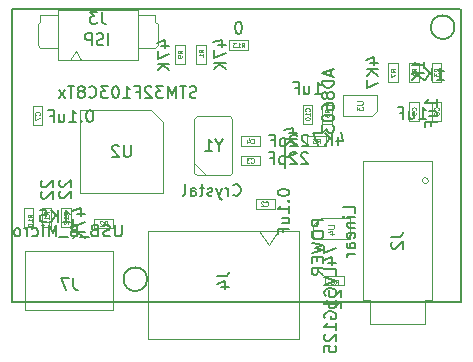
<source format=gbr>
G04 #@! TF.GenerationSoftware,KiCad,Pcbnew,(5.0.0)*
G04 #@! TF.CreationDate,2019-01-26T11:16:20+03:00*
G04 #@! TF.ProjectId,stm32mc,73746D33326D632E6B696361645F7063,rev?*
G04 #@! TF.SameCoordinates,Original*
G04 #@! TF.FileFunction,Other,Fab,Bot*
%FSLAX46Y46*%
G04 Gerber Fmt 4.6, Leading zero omitted, Abs format (unit mm)*
G04 Created by KiCad (PCBNEW (5.0.0)) date 01/26/19 11:16:20*
%MOMM*%
%LPD*%
G01*
G04 APERTURE LIST*
%ADD10C,0.150000*%
%ADD11C,0.100000*%
%ADD12C,0.120000*%
%ADD13C,0.060000*%
%ADD14C,0.075000*%
G04 APERTURE END LIST*
D10*
X58531000Y-19050000D02*
G75*
G03X58531000Y-19050000I-1000000J0D01*
G01*
X32512000Y-40386000D02*
G75*
G03X32512000Y-40386000I-1000000J0D01*
G01*
X59055000Y-42291000D02*
X59055000Y-17526000D01*
X59024000Y-17507000D02*
X21082000Y-17526000D01*
X21082000Y-42291000D02*
X59055000Y-42291000D01*
X21082000Y-17526000D02*
X21082000Y-42291000D01*
D11*
G04 #@! TO.C,C4*
X42075000Y-29102000D02*
X42075000Y-28302000D01*
X42075000Y-28302000D02*
X40475000Y-28302000D01*
X40475000Y-28302000D02*
X40475000Y-29102000D01*
X40475000Y-29102000D02*
X42075000Y-29102000D01*
G04 #@! TO.C,R9*
X35706000Y-20536000D02*
X34906000Y-20536000D01*
X34906000Y-20536000D02*
X34906000Y-22136000D01*
X34906000Y-22136000D02*
X35706000Y-22136000D01*
X35706000Y-22136000D02*
X35706000Y-20536000D01*
G04 #@! TO.C,C3*
X40449500Y-30753000D02*
X42049500Y-30753000D01*
X40449500Y-29953000D02*
X40449500Y-30753000D01*
X42049500Y-29953000D02*
X40449500Y-29953000D01*
X42049500Y-30753000D02*
X42049500Y-29953000D01*
G04 #@! TO.C,R1*
X36684000Y-22161500D02*
X37484000Y-22161500D01*
X37484000Y-22161500D02*
X37484000Y-20561500D01*
X37484000Y-20561500D02*
X36684000Y-20561500D01*
X36684000Y-20561500D02*
X36684000Y-22161500D01*
G04 #@! TO.C,C2*
X41745000Y-34436000D02*
X43345000Y-34436000D01*
X41745000Y-33636000D02*
X41745000Y-34436000D01*
X43345000Y-33636000D02*
X41745000Y-33636000D01*
X43345000Y-34436000D02*
X43345000Y-33636000D01*
G04 #@! TO.C,R2*
X28029000Y-36087000D02*
X29629000Y-36087000D01*
X28029000Y-35287000D02*
X28029000Y-36087000D01*
X29629000Y-35287000D02*
X28029000Y-35287000D01*
X29629000Y-36087000D02*
X29629000Y-35287000D01*
G04 #@! TO.C,R3*
X57423000Y-22060000D02*
X56623000Y-22060000D01*
X56623000Y-22060000D02*
X56623000Y-23660000D01*
X56623000Y-23660000D02*
X57423000Y-23660000D01*
X57423000Y-23660000D02*
X57423000Y-22060000D01*
G04 #@! TO.C,R4*
X55518000Y-23660000D02*
X55518000Y-22060000D01*
X54718000Y-23660000D02*
X55518000Y-23660000D01*
X54718000Y-22060000D02*
X54718000Y-23660000D01*
X55518000Y-22060000D02*
X54718000Y-22060000D01*
G04 #@! TO.C,R5*
X47663000Y-28302000D02*
X46063000Y-28302000D01*
X47663000Y-29102000D02*
X47663000Y-28302000D01*
X46063000Y-29102000D02*
X47663000Y-29102000D01*
X46063000Y-28302000D02*
X46063000Y-29102000D01*
G04 #@! TO.C,R6*
X48152000Y-25616000D02*
X47352000Y-25616000D01*
X47352000Y-25616000D02*
X47352000Y-27216000D01*
X47352000Y-27216000D02*
X48152000Y-27216000D01*
X48152000Y-27216000D02*
X48152000Y-25616000D01*
G04 #@! TO.C,R7*
X53740000Y-22060000D02*
X52940000Y-22060000D01*
X52940000Y-22060000D02*
X52940000Y-23660000D01*
X52940000Y-23660000D02*
X53740000Y-23660000D01*
X53740000Y-23660000D02*
X53740000Y-22060000D01*
G04 #@! TO.C,U2*
X32853000Y-26091000D02*
X26853000Y-26091000D01*
X26853000Y-26091000D02*
X26853000Y-33091000D01*
X26853000Y-33091000D02*
X33853000Y-33091000D01*
X33853000Y-33091000D02*
X33853000Y-27091000D01*
X33853000Y-27091000D02*
X32853000Y-26091000D01*
G04 #@! TO.C,U3*
X51546000Y-26574000D02*
X51996000Y-26124000D01*
X51996000Y-24814000D02*
X51996000Y-26124000D01*
X51546000Y-26574000D02*
X49096000Y-26574000D01*
X49096000Y-24814000D02*
X49096000Y-26574000D01*
X51996000Y-24814000D02*
X49096000Y-24814000D01*
G04 #@! TO.C,Y1*
X39700000Y-31383000D02*
X39700000Y-26783000D01*
X39700000Y-26783000D02*
X39500000Y-26583000D01*
X39500000Y-26583000D02*
X36700000Y-26583000D01*
X36700000Y-26583000D02*
X36500000Y-26783000D01*
X36500000Y-26783000D02*
X36500000Y-31383000D01*
X36500000Y-31383000D02*
X36700000Y-31583000D01*
X36700000Y-31583000D02*
X39500000Y-31583000D01*
X39500000Y-31583000D02*
X39700000Y-31383000D01*
X37500000Y-31583000D02*
X36500000Y-30583000D01*
G04 #@! TO.C,R8*
X47587000Y-40113000D02*
X47587000Y-40913000D01*
X47587000Y-40913000D02*
X49187000Y-40913000D01*
X49187000Y-40913000D02*
X49187000Y-40113000D01*
X49187000Y-40113000D02*
X47587000Y-40113000D01*
G04 #@! TO.C,C7*
X23641000Y-25743000D02*
X22841000Y-25743000D01*
X22841000Y-25743000D02*
X22841000Y-27343000D01*
X22841000Y-27343000D02*
X23641000Y-27343000D01*
X23641000Y-27343000D02*
X23641000Y-25743000D01*
G04 #@! TO.C,C8*
X56623000Y-25362000D02*
X56623000Y-26962000D01*
X57423000Y-25362000D02*
X56623000Y-25362000D01*
X57423000Y-26962000D02*
X57423000Y-25362000D01*
X56623000Y-26962000D02*
X57423000Y-26962000D01*
G04 #@! TO.C,C9*
X54718000Y-26962000D02*
X55518000Y-26962000D01*
X55518000Y-26962000D02*
X55518000Y-25362000D01*
X55518000Y-25362000D02*
X54718000Y-25362000D01*
X54718000Y-25362000D02*
X54718000Y-26962000D01*
G04 #@! TO.C,C10*
X45701000Y-27216000D02*
X46501000Y-27216000D01*
X46501000Y-27216000D02*
X46501000Y-25616000D01*
X46501000Y-25616000D02*
X45701000Y-25616000D01*
X45701000Y-25616000D02*
X45701000Y-27216000D01*
G04 #@! TO.C,R10*
X22879000Y-34379000D02*
X22079000Y-34379000D01*
X22079000Y-34379000D02*
X22079000Y-35979000D01*
X22079000Y-35979000D02*
X22879000Y-35979000D01*
X22879000Y-35979000D02*
X22879000Y-34379000D01*
G04 #@! TO.C,R11*
X24403000Y-34379000D02*
X23603000Y-34379000D01*
X23603000Y-34379000D02*
X23603000Y-35979000D01*
X23603000Y-35979000D02*
X24403000Y-35979000D01*
X24403000Y-35979000D02*
X24403000Y-34379000D01*
G04 #@! TO.C,R12*
X26054000Y-35979000D02*
X26054000Y-34379000D01*
X25254000Y-35979000D02*
X26054000Y-35979000D01*
X25254000Y-34379000D02*
X25254000Y-35979000D01*
X26054000Y-34379000D02*
X25254000Y-34379000D01*
G04 #@! TO.C,J2*
X50821000Y-30366000D02*
X50821000Y-42166000D01*
X50821000Y-42166000D02*
X51421000Y-42166000D01*
X51421000Y-42166000D02*
X51421000Y-44166000D01*
X51421000Y-44166000D02*
X56021000Y-44166000D01*
X56021000Y-44166000D02*
X56021000Y-42166000D01*
X56021000Y-42166000D02*
X56621000Y-42166000D01*
X56621000Y-42166000D02*
X56621000Y-30366000D01*
X56621000Y-30366000D02*
X50821000Y-30366000D01*
D12*
X56325951Y-32041000D02*
G75*
G03X56325951Y-32041000I-254951J0D01*
G01*
D11*
G04 #@! TO.C,J7*
X22158000Y-42974000D02*
X29658000Y-42974000D01*
X22158000Y-37974000D02*
X22158000Y-42974000D01*
X29658000Y-37974000D02*
X22158000Y-37974000D01*
X29658000Y-42974000D02*
X29658000Y-37974000D01*
X29158000Y-42274000D02*
X22658000Y-42274000D01*
G04 #@! TO.C,U4*
X47233000Y-35168000D02*
X46583000Y-35818000D01*
X46583000Y-36968000D02*
X46583000Y-35818000D01*
X47233000Y-35168000D02*
X49683000Y-35168000D01*
X49683000Y-36968000D02*
X49683000Y-35168000D01*
X46583000Y-36968000D02*
X49683000Y-36968000D01*
G04 #@! TO.C,J4*
X45399000Y-36265000D02*
X45399000Y-45465000D01*
X45399000Y-45465000D02*
X32579000Y-45465000D01*
X32579000Y-45465000D02*
X32579000Y-36265000D01*
X32579000Y-36265000D02*
X45399000Y-36265000D01*
X41999000Y-36265000D02*
X42799000Y-37465000D01*
X42799000Y-37465000D02*
X43599000Y-36265000D01*
G04 #@! TO.C,J3*
X24946000Y-21793000D02*
X31696000Y-21793000D01*
X24946000Y-17593000D02*
X31696000Y-17593000D01*
X24946000Y-21793000D02*
X24946000Y-17593000D01*
X31696000Y-21793000D02*
X31696000Y-17593000D01*
X24946000Y-20793000D02*
X23446000Y-20793000D01*
X23446000Y-20793000D02*
X23246000Y-20593000D01*
X23246000Y-20593000D02*
X23246000Y-18793000D01*
X23246000Y-18793000D02*
X23446000Y-18593000D01*
X23446000Y-18593000D02*
X23446000Y-17993000D01*
X23446000Y-17993000D02*
X24946000Y-17993000D01*
X31696000Y-20793000D02*
X33196000Y-20793000D01*
X33196000Y-20793000D02*
X33396000Y-20593000D01*
X33396000Y-20593000D02*
X33396000Y-18793000D01*
X33396000Y-18793000D02*
X33196000Y-18593000D01*
X33196000Y-18593000D02*
X33196000Y-17993000D01*
X33196000Y-17993000D02*
X31696000Y-17993000D01*
X25946000Y-21793000D02*
X26446000Y-21085893D01*
X26446000Y-21085893D02*
X26946000Y-21793000D01*
G04 #@! TO.C,R13*
X39459000Y-20174000D02*
X39459000Y-20974000D01*
X39459000Y-20974000D02*
X41059000Y-20974000D01*
X41059000Y-20974000D02*
X41059000Y-20174000D01*
X41059000Y-20174000D02*
X39459000Y-20174000D01*
G04 #@! TD*
G04 #@! TO.C,C4*
D10*
X46162357Y-28233619D02*
X46114738Y-28186000D01*
X46019500Y-28138380D01*
X45781404Y-28138380D01*
X45686166Y-28186000D01*
X45638547Y-28233619D01*
X45590928Y-28328857D01*
X45590928Y-28424095D01*
X45638547Y-28566952D01*
X46209976Y-29138380D01*
X45590928Y-29138380D01*
X45209976Y-28233619D02*
X45162357Y-28186000D01*
X45067119Y-28138380D01*
X44829023Y-28138380D01*
X44733785Y-28186000D01*
X44686166Y-28233619D01*
X44638547Y-28328857D01*
X44638547Y-28424095D01*
X44686166Y-28566952D01*
X45257595Y-29138380D01*
X44638547Y-29138380D01*
X44209976Y-28471714D02*
X44209976Y-29471714D01*
X44209976Y-28519333D02*
X44114738Y-28471714D01*
X43924261Y-28471714D01*
X43829023Y-28519333D01*
X43781404Y-28566952D01*
X43733785Y-28662190D01*
X43733785Y-28947904D01*
X43781404Y-29043142D01*
X43829023Y-29090761D01*
X43924261Y-29138380D01*
X44114738Y-29138380D01*
X44209976Y-29090761D01*
X42971880Y-28614571D02*
X43305214Y-28614571D01*
X43305214Y-29138380D02*
X43305214Y-28138380D01*
X42829023Y-28138380D01*
D13*
X41341666Y-28844857D02*
X41360714Y-28863904D01*
X41417857Y-28882952D01*
X41455952Y-28882952D01*
X41513095Y-28863904D01*
X41551190Y-28825809D01*
X41570238Y-28787714D01*
X41589285Y-28711523D01*
X41589285Y-28654380D01*
X41570238Y-28578190D01*
X41551190Y-28540095D01*
X41513095Y-28502000D01*
X41455952Y-28482952D01*
X41417857Y-28482952D01*
X41360714Y-28502000D01*
X41341666Y-28521047D01*
X40998809Y-28616285D02*
X40998809Y-28882952D01*
X41094047Y-28463904D02*
X41189285Y-28749619D01*
X40941666Y-28749619D01*
G04 #@! TO.C,R9*
D10*
X33722714Y-20650285D02*
X34389380Y-20650285D01*
X33341761Y-20412190D02*
X34056047Y-20174095D01*
X34056047Y-20793142D01*
X33389380Y-21078857D02*
X33389380Y-21745523D01*
X34389380Y-21316952D01*
X34389380Y-22126476D02*
X33389380Y-22126476D01*
X34389380Y-22697904D02*
X33817952Y-22269333D01*
X33389380Y-22697904D02*
X33960809Y-22126476D01*
D13*
X35486952Y-21269333D02*
X35296476Y-21136000D01*
X35486952Y-21040761D02*
X35086952Y-21040761D01*
X35086952Y-21193142D01*
X35106000Y-21231238D01*
X35125047Y-21250285D01*
X35163142Y-21269333D01*
X35220285Y-21269333D01*
X35258380Y-21250285D01*
X35277428Y-21231238D01*
X35296476Y-21193142D01*
X35296476Y-21040761D01*
X35486952Y-21459809D02*
X35486952Y-21536000D01*
X35467904Y-21574095D01*
X35448857Y-21593142D01*
X35391714Y-21631238D01*
X35315523Y-21650285D01*
X35163142Y-21650285D01*
X35125047Y-21631238D01*
X35106000Y-21612190D01*
X35086952Y-21574095D01*
X35086952Y-21497904D01*
X35106000Y-21459809D01*
X35125047Y-21440761D01*
X35163142Y-21421714D01*
X35258380Y-21421714D01*
X35296476Y-21440761D01*
X35315523Y-21459809D01*
X35334571Y-21497904D01*
X35334571Y-21574095D01*
X35315523Y-21612190D01*
X35296476Y-21631238D01*
X35258380Y-21650285D01*
G04 #@! TO.C,C3*
D10*
X46124357Y-29743619D02*
X46076738Y-29696000D01*
X45981500Y-29648380D01*
X45743404Y-29648380D01*
X45648166Y-29696000D01*
X45600547Y-29743619D01*
X45552928Y-29838857D01*
X45552928Y-29934095D01*
X45600547Y-30076952D01*
X46171976Y-30648380D01*
X45552928Y-30648380D01*
X45171976Y-29743619D02*
X45124357Y-29696000D01*
X45029119Y-29648380D01*
X44791023Y-29648380D01*
X44695785Y-29696000D01*
X44648166Y-29743619D01*
X44600547Y-29838857D01*
X44600547Y-29934095D01*
X44648166Y-30076952D01*
X45219595Y-30648380D01*
X44600547Y-30648380D01*
X44171976Y-29981714D02*
X44171976Y-30981714D01*
X44171976Y-30029333D02*
X44076738Y-29981714D01*
X43886261Y-29981714D01*
X43791023Y-30029333D01*
X43743404Y-30076952D01*
X43695785Y-30172190D01*
X43695785Y-30457904D01*
X43743404Y-30553142D01*
X43791023Y-30600761D01*
X43886261Y-30648380D01*
X44076738Y-30648380D01*
X44171976Y-30600761D01*
X42933880Y-30124571D02*
X43267214Y-30124571D01*
X43267214Y-30648380D02*
X43267214Y-29648380D01*
X42791023Y-29648380D01*
D13*
X41316166Y-30495857D02*
X41335214Y-30514904D01*
X41392357Y-30533952D01*
X41430452Y-30533952D01*
X41487595Y-30514904D01*
X41525690Y-30476809D01*
X41544738Y-30438714D01*
X41563785Y-30362523D01*
X41563785Y-30305380D01*
X41544738Y-30229190D01*
X41525690Y-30191095D01*
X41487595Y-30153000D01*
X41430452Y-30133952D01*
X41392357Y-30133952D01*
X41335214Y-30153000D01*
X41316166Y-30172047D01*
X41182833Y-30133952D02*
X40935214Y-30133952D01*
X41068547Y-30286333D01*
X41011404Y-30286333D01*
X40973309Y-30305380D01*
X40954261Y-30324428D01*
X40935214Y-30362523D01*
X40935214Y-30457761D01*
X40954261Y-30495857D01*
X40973309Y-30514904D01*
X41011404Y-30533952D01*
X41125690Y-30533952D01*
X41163785Y-30514904D01*
X41182833Y-30495857D01*
G04 #@! TO.C,R1*
D10*
X38507714Y-20575785D02*
X39174380Y-20575785D01*
X38126761Y-20337690D02*
X38841047Y-20099595D01*
X38841047Y-20718642D01*
X38174380Y-21004357D02*
X38174380Y-21671023D01*
X39174380Y-21242452D01*
X39174380Y-22051976D02*
X38174380Y-22051976D01*
X39174380Y-22623404D02*
X38602952Y-22194833D01*
X38174380Y-22623404D02*
X38745809Y-22051976D01*
D13*
X37264952Y-21167833D02*
X37074476Y-21034500D01*
X37264952Y-20939261D02*
X36864952Y-20939261D01*
X36864952Y-21091642D01*
X36884000Y-21129738D01*
X36903047Y-21148785D01*
X36941142Y-21167833D01*
X36998285Y-21167833D01*
X37036380Y-21148785D01*
X37055428Y-21129738D01*
X37074476Y-21091642D01*
X37074476Y-20939261D01*
X37264952Y-21548785D02*
X37264952Y-21320214D01*
X37264952Y-21434500D02*
X36864952Y-21434500D01*
X36922095Y-21396404D01*
X36960190Y-21358309D01*
X36979238Y-21320214D01*
G04 #@! TO.C,C2*
D10*
X43554380Y-33002142D02*
X43554380Y-33097380D01*
X43602000Y-33192619D01*
X43649619Y-33240238D01*
X43744857Y-33287857D01*
X43935333Y-33335476D01*
X44173428Y-33335476D01*
X44363904Y-33287857D01*
X44459142Y-33240238D01*
X44506761Y-33192619D01*
X44554380Y-33097380D01*
X44554380Y-33002142D01*
X44506761Y-32906904D01*
X44459142Y-32859285D01*
X44363904Y-32811666D01*
X44173428Y-32764047D01*
X43935333Y-32764047D01*
X43744857Y-32811666D01*
X43649619Y-32859285D01*
X43602000Y-32906904D01*
X43554380Y-33002142D01*
X44459142Y-33764047D02*
X44506761Y-33811666D01*
X44554380Y-33764047D01*
X44506761Y-33716428D01*
X44459142Y-33764047D01*
X44554380Y-33764047D01*
X44554380Y-34764047D02*
X44554380Y-34192619D01*
X44554380Y-34478333D02*
X43554380Y-34478333D01*
X43697238Y-34383095D01*
X43792476Y-34287857D01*
X43840095Y-34192619D01*
X43887714Y-35621190D02*
X44554380Y-35621190D01*
X43887714Y-35192619D02*
X44411523Y-35192619D01*
X44506761Y-35240238D01*
X44554380Y-35335476D01*
X44554380Y-35478333D01*
X44506761Y-35573571D01*
X44459142Y-35621190D01*
X44030571Y-36430714D02*
X44030571Y-36097380D01*
X44554380Y-36097380D02*
X43554380Y-36097380D01*
X43554380Y-36573571D01*
D13*
X42517666Y-34152857D02*
X42536714Y-34171904D01*
X42593857Y-34190952D01*
X42631952Y-34190952D01*
X42689095Y-34171904D01*
X42727190Y-34133809D01*
X42746238Y-34095714D01*
X42765285Y-34019523D01*
X42765285Y-33962380D01*
X42746238Y-33886190D01*
X42727190Y-33848095D01*
X42689095Y-33810000D01*
X42631952Y-33790952D01*
X42593857Y-33790952D01*
X42536714Y-33810000D01*
X42517666Y-33829047D01*
X42365285Y-33829047D02*
X42346238Y-33810000D01*
X42308142Y-33790952D01*
X42212904Y-33790952D01*
X42174809Y-33810000D01*
X42155761Y-33829047D01*
X42136714Y-33867142D01*
X42136714Y-33905238D01*
X42155761Y-33962380D01*
X42384333Y-34190952D01*
X42136714Y-34190952D01*
G04 #@! TO.C,R2*
D10*
X26556714Y-34874285D02*
X27223380Y-34874285D01*
X26175761Y-34636190D02*
X26890047Y-34398095D01*
X26890047Y-35017142D01*
X26223380Y-35302857D02*
X26223380Y-35969523D01*
X27223380Y-35540952D01*
X27223380Y-36350476D02*
X26223380Y-36350476D01*
X27223380Y-36921904D02*
X26651952Y-36493333D01*
X26223380Y-36921904D02*
X26794809Y-36350476D01*
D13*
X28895666Y-35867952D02*
X29029000Y-35677476D01*
X29124238Y-35867952D02*
X29124238Y-35467952D01*
X28971857Y-35467952D01*
X28933761Y-35487000D01*
X28914714Y-35506047D01*
X28895666Y-35544142D01*
X28895666Y-35601285D01*
X28914714Y-35639380D01*
X28933761Y-35658428D01*
X28971857Y-35677476D01*
X29124238Y-35677476D01*
X28743285Y-35506047D02*
X28724238Y-35487000D01*
X28686142Y-35467952D01*
X28590904Y-35467952D01*
X28552809Y-35487000D01*
X28533761Y-35506047D01*
X28514714Y-35544142D01*
X28514714Y-35582238D01*
X28533761Y-35639380D01*
X28762333Y-35867952D01*
X28514714Y-35867952D01*
G04 #@! TO.C,R3*
D10*
X55967380Y-22540714D02*
X55967380Y-21969285D01*
X55967380Y-22255000D02*
X54967380Y-22255000D01*
X55110238Y-22159761D01*
X55205476Y-22064523D01*
X55253095Y-21969285D01*
X55967380Y-22969285D02*
X54967380Y-22969285D01*
X55967380Y-23540714D02*
X55395952Y-23112142D01*
X54967380Y-23540714D02*
X55538809Y-22969285D01*
D13*
X57203952Y-22793333D02*
X57013476Y-22660000D01*
X57203952Y-22564761D02*
X56803952Y-22564761D01*
X56803952Y-22717142D01*
X56823000Y-22755238D01*
X56842047Y-22774285D01*
X56880142Y-22793333D01*
X56937285Y-22793333D01*
X56975380Y-22774285D01*
X56994428Y-22755238D01*
X57013476Y-22717142D01*
X57013476Y-22564761D01*
X56803952Y-22926666D02*
X56803952Y-23174285D01*
X56956333Y-23040952D01*
X56956333Y-23098095D01*
X56975380Y-23136190D01*
X56994428Y-23155238D01*
X57032523Y-23174285D01*
X57127761Y-23174285D01*
X57165857Y-23155238D01*
X57184904Y-23136190D01*
X57203952Y-23098095D01*
X57203952Y-22983809D01*
X57184904Y-22945714D01*
X57165857Y-22926666D01*
G04 #@! TO.C,R4*
D10*
X57043285Y-23495380D02*
X57614714Y-23495380D01*
X57329000Y-23495380D02*
X57329000Y-22495380D01*
X57424238Y-22638238D01*
X57519476Y-22733476D01*
X57614714Y-22781095D01*
X56614714Y-23495380D02*
X56614714Y-22495380D01*
X56043285Y-23495380D02*
X56471857Y-22923952D01*
X56043285Y-22495380D02*
X56614714Y-23066809D01*
D13*
X55298952Y-22793333D02*
X55108476Y-22660000D01*
X55298952Y-22564761D02*
X54898952Y-22564761D01*
X54898952Y-22717142D01*
X54918000Y-22755238D01*
X54937047Y-22774285D01*
X54975142Y-22793333D01*
X55032285Y-22793333D01*
X55070380Y-22774285D01*
X55089428Y-22755238D01*
X55108476Y-22717142D01*
X55108476Y-22564761D01*
X55032285Y-23136190D02*
X55298952Y-23136190D01*
X54879904Y-23040952D02*
X55165619Y-22945714D01*
X55165619Y-23193333D01*
G04 #@! TO.C,R5*
D10*
X44506714Y-28027285D02*
X45173380Y-28027285D01*
X44125761Y-27789190D02*
X44840047Y-27551095D01*
X44840047Y-28170142D01*
X45173380Y-28551095D02*
X44173380Y-28551095D01*
X45173380Y-29122523D02*
X44601952Y-28693952D01*
X44173380Y-29122523D02*
X44744809Y-28551095D01*
X44173380Y-29455857D02*
X44173380Y-30122523D01*
X45173380Y-29693952D01*
D13*
X46929666Y-28882952D02*
X47063000Y-28692476D01*
X47158238Y-28882952D02*
X47158238Y-28482952D01*
X47005857Y-28482952D01*
X46967761Y-28502000D01*
X46948714Y-28521047D01*
X46929666Y-28559142D01*
X46929666Y-28616285D01*
X46948714Y-28654380D01*
X46967761Y-28673428D01*
X47005857Y-28692476D01*
X47158238Y-28692476D01*
X46567761Y-28482952D02*
X46758238Y-28482952D01*
X46777285Y-28673428D01*
X46758238Y-28654380D01*
X46720142Y-28635333D01*
X46624904Y-28635333D01*
X46586809Y-28654380D01*
X46567761Y-28673428D01*
X46548714Y-28711523D01*
X46548714Y-28806761D01*
X46567761Y-28844857D01*
X46586809Y-28863904D01*
X46624904Y-28882952D01*
X46720142Y-28882952D01*
X46758238Y-28863904D01*
X46777285Y-28844857D01*
G04 #@! TO.C,R6*
D10*
X48658714Y-28343714D02*
X48658714Y-29010380D01*
X48896809Y-27962761D02*
X49134904Y-28677047D01*
X48515857Y-28677047D01*
X48134904Y-29010380D02*
X48134904Y-28010380D01*
X47563476Y-29010380D02*
X47992047Y-28438952D01*
X47563476Y-28010380D02*
X48134904Y-28581809D01*
X47230142Y-28010380D02*
X46563476Y-28010380D01*
X46992047Y-29010380D01*
D13*
X47932952Y-26247833D02*
X47742476Y-26114500D01*
X47932952Y-26019261D02*
X47532952Y-26019261D01*
X47532952Y-26171642D01*
X47552000Y-26209738D01*
X47571047Y-26228785D01*
X47609142Y-26247833D01*
X47666285Y-26247833D01*
X47704380Y-26228785D01*
X47723428Y-26209738D01*
X47742476Y-26171642D01*
X47742476Y-26019261D01*
X47532952Y-26590690D02*
X47532952Y-26514500D01*
X47552000Y-26476404D01*
X47571047Y-26457357D01*
X47628190Y-26419261D01*
X47704380Y-26400214D01*
X47856761Y-26400214D01*
X47894857Y-26419261D01*
X47913904Y-26438309D01*
X47932952Y-26476404D01*
X47932952Y-26552595D01*
X47913904Y-26590690D01*
X47894857Y-26609738D01*
X47856761Y-26628785D01*
X47761523Y-26628785D01*
X47723428Y-26609738D01*
X47704380Y-26590690D01*
X47685333Y-26552595D01*
X47685333Y-26476404D01*
X47704380Y-26438309D01*
X47723428Y-26419261D01*
X47761523Y-26400214D01*
G04 #@! TO.C,R7*
D10*
X51417714Y-22074285D02*
X52084380Y-22074285D01*
X51036761Y-21836190D02*
X51751047Y-21598095D01*
X51751047Y-22217142D01*
X52084380Y-22598095D02*
X51084380Y-22598095D01*
X52084380Y-23169523D02*
X51512952Y-22740952D01*
X51084380Y-23169523D02*
X51655809Y-22598095D01*
X51084380Y-23502857D02*
X51084380Y-24169523D01*
X52084380Y-23740952D01*
D13*
X53520952Y-22856833D02*
X53330476Y-22723500D01*
X53520952Y-22628261D02*
X53120952Y-22628261D01*
X53120952Y-22780642D01*
X53140000Y-22818738D01*
X53159047Y-22837785D01*
X53197142Y-22856833D01*
X53254285Y-22856833D01*
X53292380Y-22837785D01*
X53311428Y-22818738D01*
X53330476Y-22780642D01*
X53330476Y-22628261D01*
X53120952Y-22990166D02*
X53120952Y-23256833D01*
X53520952Y-23085404D01*
G04 #@! TO.C,U2*
D10*
X36689523Y-24988761D02*
X36546666Y-25036380D01*
X36308571Y-25036380D01*
X36213333Y-24988761D01*
X36165714Y-24941142D01*
X36118095Y-24845904D01*
X36118095Y-24750666D01*
X36165714Y-24655428D01*
X36213333Y-24607809D01*
X36308571Y-24560190D01*
X36499047Y-24512571D01*
X36594285Y-24464952D01*
X36641904Y-24417333D01*
X36689523Y-24322095D01*
X36689523Y-24226857D01*
X36641904Y-24131619D01*
X36594285Y-24084000D01*
X36499047Y-24036380D01*
X36260952Y-24036380D01*
X36118095Y-24084000D01*
X35832380Y-24036380D02*
X35260952Y-24036380D01*
X35546666Y-25036380D02*
X35546666Y-24036380D01*
X34927619Y-25036380D02*
X34927619Y-24036380D01*
X34594285Y-24750666D01*
X34260952Y-24036380D01*
X34260952Y-25036380D01*
X33880000Y-24036380D02*
X33260952Y-24036380D01*
X33594285Y-24417333D01*
X33451428Y-24417333D01*
X33356190Y-24464952D01*
X33308571Y-24512571D01*
X33260952Y-24607809D01*
X33260952Y-24845904D01*
X33308571Y-24941142D01*
X33356190Y-24988761D01*
X33451428Y-25036380D01*
X33737142Y-25036380D01*
X33832380Y-24988761D01*
X33880000Y-24941142D01*
X32880000Y-24131619D02*
X32832380Y-24084000D01*
X32737142Y-24036380D01*
X32499047Y-24036380D01*
X32403809Y-24084000D01*
X32356190Y-24131619D01*
X32308571Y-24226857D01*
X32308571Y-24322095D01*
X32356190Y-24464952D01*
X32927619Y-25036380D01*
X32308571Y-25036380D01*
X31546666Y-24512571D02*
X31880000Y-24512571D01*
X31880000Y-25036380D02*
X31880000Y-24036380D01*
X31403809Y-24036380D01*
X30499047Y-25036380D02*
X31070476Y-25036380D01*
X30784761Y-25036380D02*
X30784761Y-24036380D01*
X30880000Y-24179238D01*
X30975238Y-24274476D01*
X31070476Y-24322095D01*
X29880000Y-24036380D02*
X29784761Y-24036380D01*
X29689523Y-24084000D01*
X29641904Y-24131619D01*
X29594285Y-24226857D01*
X29546666Y-24417333D01*
X29546666Y-24655428D01*
X29594285Y-24845904D01*
X29641904Y-24941142D01*
X29689523Y-24988761D01*
X29784761Y-25036380D01*
X29880000Y-25036380D01*
X29975238Y-24988761D01*
X30022857Y-24941142D01*
X30070476Y-24845904D01*
X30118095Y-24655428D01*
X30118095Y-24417333D01*
X30070476Y-24226857D01*
X30022857Y-24131619D01*
X29975238Y-24084000D01*
X29880000Y-24036380D01*
X29213333Y-24036380D02*
X28594285Y-24036380D01*
X28927619Y-24417333D01*
X28784761Y-24417333D01*
X28689523Y-24464952D01*
X28641904Y-24512571D01*
X28594285Y-24607809D01*
X28594285Y-24845904D01*
X28641904Y-24941142D01*
X28689523Y-24988761D01*
X28784761Y-25036380D01*
X29070476Y-25036380D01*
X29165714Y-24988761D01*
X29213333Y-24941142D01*
X27594285Y-24941142D02*
X27641904Y-24988761D01*
X27784761Y-25036380D01*
X27880000Y-25036380D01*
X28022857Y-24988761D01*
X28118095Y-24893523D01*
X28165714Y-24798285D01*
X28213333Y-24607809D01*
X28213333Y-24464952D01*
X28165714Y-24274476D01*
X28118095Y-24179238D01*
X28022857Y-24084000D01*
X27880000Y-24036380D01*
X27784761Y-24036380D01*
X27641904Y-24084000D01*
X27594285Y-24131619D01*
X27022857Y-24464952D02*
X27118095Y-24417333D01*
X27165714Y-24369714D01*
X27213333Y-24274476D01*
X27213333Y-24226857D01*
X27165714Y-24131619D01*
X27118095Y-24084000D01*
X27022857Y-24036380D01*
X26832380Y-24036380D01*
X26737142Y-24084000D01*
X26689523Y-24131619D01*
X26641904Y-24226857D01*
X26641904Y-24274476D01*
X26689523Y-24369714D01*
X26737142Y-24417333D01*
X26832380Y-24464952D01*
X27022857Y-24464952D01*
X27118095Y-24512571D01*
X27165714Y-24560190D01*
X27213333Y-24655428D01*
X27213333Y-24845904D01*
X27165714Y-24941142D01*
X27118095Y-24988761D01*
X27022857Y-25036380D01*
X26832380Y-25036380D01*
X26737142Y-24988761D01*
X26689523Y-24941142D01*
X26641904Y-24845904D01*
X26641904Y-24655428D01*
X26689523Y-24560190D01*
X26737142Y-24512571D01*
X26832380Y-24464952D01*
X26356190Y-24036380D02*
X25784761Y-24036380D01*
X26070476Y-25036380D02*
X26070476Y-24036380D01*
X25546666Y-25036380D02*
X25022857Y-24369714D01*
X25546666Y-24369714D02*
X25022857Y-25036380D01*
X31114904Y-29043380D02*
X31114904Y-29852904D01*
X31067285Y-29948142D01*
X31019666Y-29995761D01*
X30924428Y-30043380D01*
X30733952Y-30043380D01*
X30638714Y-29995761D01*
X30591095Y-29948142D01*
X30543476Y-29852904D01*
X30543476Y-29043380D01*
X30114904Y-29138619D02*
X30067285Y-29091000D01*
X29972047Y-29043380D01*
X29733952Y-29043380D01*
X29638714Y-29091000D01*
X29591095Y-29138619D01*
X29543476Y-29233857D01*
X29543476Y-29329095D01*
X29591095Y-29471952D01*
X30162523Y-30043380D01*
X29543476Y-30043380D01*
G04 #@! TO.C,U3*
X48045666Y-22686988D02*
X48045666Y-23163179D01*
X48331380Y-22591750D02*
X47331380Y-22925084D01*
X48331380Y-23258417D01*
X48331380Y-23591750D02*
X47331380Y-23591750D01*
X47331380Y-23829846D01*
X47379000Y-23972703D01*
X47474238Y-24067941D01*
X47569476Y-24115560D01*
X47759952Y-24163179D01*
X47902809Y-24163179D01*
X48093285Y-24115560D01*
X48188523Y-24067941D01*
X48283761Y-23972703D01*
X48331380Y-23829846D01*
X48331380Y-23591750D01*
X47759952Y-24734607D02*
X47712333Y-24639369D01*
X47664714Y-24591750D01*
X47569476Y-24544131D01*
X47521857Y-24544131D01*
X47426619Y-24591750D01*
X47379000Y-24639369D01*
X47331380Y-24734607D01*
X47331380Y-24925084D01*
X47379000Y-25020322D01*
X47426619Y-25067941D01*
X47521857Y-25115560D01*
X47569476Y-25115560D01*
X47664714Y-25067941D01*
X47712333Y-25020322D01*
X47759952Y-24925084D01*
X47759952Y-24734607D01*
X47807571Y-24639369D01*
X47855190Y-24591750D01*
X47950428Y-24544131D01*
X48140904Y-24544131D01*
X48236142Y-24591750D01*
X48283761Y-24639369D01*
X48331380Y-24734607D01*
X48331380Y-24925084D01*
X48283761Y-25020322D01*
X48236142Y-25067941D01*
X48140904Y-25115560D01*
X47950428Y-25115560D01*
X47855190Y-25067941D01*
X47807571Y-25020322D01*
X47759952Y-24925084D01*
X47331380Y-25972703D02*
X47331380Y-25782226D01*
X47379000Y-25686988D01*
X47426619Y-25639369D01*
X47569476Y-25544131D01*
X47759952Y-25496512D01*
X48140904Y-25496512D01*
X48236142Y-25544131D01*
X48283761Y-25591750D01*
X48331380Y-25686988D01*
X48331380Y-25877465D01*
X48283761Y-25972703D01*
X48236142Y-26020322D01*
X48140904Y-26067941D01*
X47902809Y-26067941D01*
X47807571Y-26020322D01*
X47759952Y-25972703D01*
X47712333Y-25877465D01*
X47712333Y-25686988D01*
X47759952Y-25591750D01*
X47807571Y-25544131D01*
X47902809Y-25496512D01*
X47331380Y-26686988D02*
X47331380Y-26782226D01*
X47379000Y-26877465D01*
X47426619Y-26925084D01*
X47521857Y-26972703D01*
X47712333Y-27020322D01*
X47950428Y-27020322D01*
X48140904Y-26972703D01*
X48236142Y-26925084D01*
X48283761Y-26877465D01*
X48331380Y-26782226D01*
X48331380Y-26686988D01*
X48283761Y-26591750D01*
X48236142Y-26544131D01*
X48140904Y-26496512D01*
X47950428Y-26448893D01*
X47712333Y-26448893D01*
X47521857Y-26496512D01*
X47426619Y-26544131D01*
X47379000Y-26591750D01*
X47331380Y-26686988D01*
X47331380Y-27353655D02*
X47331380Y-27972703D01*
X47712333Y-27639369D01*
X47712333Y-27782226D01*
X47759952Y-27877465D01*
X47807571Y-27925084D01*
X47902809Y-27972703D01*
X48140904Y-27972703D01*
X48236142Y-27925084D01*
X48283761Y-27877465D01*
X48331380Y-27782226D01*
X48331380Y-27496512D01*
X48283761Y-27401274D01*
X48236142Y-27353655D01*
D14*
X50272190Y-25313047D02*
X50676952Y-25313047D01*
X50724571Y-25336857D01*
X50748380Y-25360666D01*
X50772190Y-25408285D01*
X50772190Y-25503523D01*
X50748380Y-25551142D01*
X50724571Y-25574952D01*
X50676952Y-25598761D01*
X50272190Y-25598761D01*
X50272190Y-25789238D02*
X50272190Y-26098761D01*
X50462666Y-25932095D01*
X50462666Y-26003523D01*
X50486476Y-26051142D01*
X50510285Y-26074952D01*
X50557904Y-26098761D01*
X50676952Y-26098761D01*
X50724571Y-26074952D01*
X50748380Y-26051142D01*
X50772190Y-26003523D01*
X50772190Y-25860666D01*
X50748380Y-25813047D01*
X50724571Y-25789238D01*
G04 #@! TO.C,Y1*
D10*
X39805714Y-33242142D02*
X39853333Y-33289761D01*
X39996190Y-33337380D01*
X40091428Y-33337380D01*
X40234285Y-33289761D01*
X40329523Y-33194523D01*
X40377142Y-33099285D01*
X40424761Y-32908809D01*
X40424761Y-32765952D01*
X40377142Y-32575476D01*
X40329523Y-32480238D01*
X40234285Y-32385000D01*
X40091428Y-32337380D01*
X39996190Y-32337380D01*
X39853333Y-32385000D01*
X39805714Y-32432619D01*
X39377142Y-33337380D02*
X39377142Y-32670714D01*
X39377142Y-32861190D02*
X39329523Y-32765952D01*
X39281904Y-32718333D01*
X39186666Y-32670714D01*
X39091428Y-32670714D01*
X38853333Y-32670714D02*
X38615238Y-33337380D01*
X38377142Y-32670714D02*
X38615238Y-33337380D01*
X38710476Y-33575476D01*
X38758095Y-33623095D01*
X38853333Y-33670714D01*
X38043809Y-33289761D02*
X37948571Y-33337380D01*
X37758095Y-33337380D01*
X37662857Y-33289761D01*
X37615238Y-33194523D01*
X37615238Y-33146904D01*
X37662857Y-33051666D01*
X37758095Y-33004047D01*
X37900952Y-33004047D01*
X37996190Y-32956428D01*
X38043809Y-32861190D01*
X38043809Y-32813571D01*
X37996190Y-32718333D01*
X37900952Y-32670714D01*
X37758095Y-32670714D01*
X37662857Y-32718333D01*
X37329523Y-32670714D02*
X36948571Y-32670714D01*
X37186666Y-32337380D02*
X37186666Y-33194523D01*
X37139047Y-33289761D01*
X37043809Y-33337380D01*
X36948571Y-33337380D01*
X36186666Y-33337380D02*
X36186666Y-32813571D01*
X36234285Y-32718333D01*
X36329523Y-32670714D01*
X36520000Y-32670714D01*
X36615238Y-32718333D01*
X36186666Y-33289761D02*
X36281904Y-33337380D01*
X36520000Y-33337380D01*
X36615238Y-33289761D01*
X36662857Y-33194523D01*
X36662857Y-33099285D01*
X36615238Y-33004047D01*
X36520000Y-32956428D01*
X36281904Y-32956428D01*
X36186666Y-32908809D01*
X35567619Y-33337380D02*
X35662857Y-33289761D01*
X35710476Y-33194523D01*
X35710476Y-32337380D01*
X38623190Y-29051190D02*
X38623190Y-29527380D01*
X38956523Y-28527380D02*
X38623190Y-29051190D01*
X38289857Y-28527380D01*
X37432714Y-29527380D02*
X38004142Y-29527380D01*
X37718428Y-29527380D02*
X37718428Y-28527380D01*
X37813666Y-28670238D01*
X37908904Y-28765476D01*
X38004142Y-28813095D01*
G04 #@! TO.C,R8*
X47984619Y-41339095D02*
X47937000Y-41386714D01*
X47889380Y-41481952D01*
X47889380Y-41720047D01*
X47937000Y-41815285D01*
X47984619Y-41862904D01*
X48079857Y-41910523D01*
X48175095Y-41910523D01*
X48317952Y-41862904D01*
X48889380Y-41291476D01*
X48889380Y-41910523D01*
X47984619Y-42291476D02*
X47937000Y-42339095D01*
X47889380Y-42434333D01*
X47889380Y-42672428D01*
X47937000Y-42767666D01*
X47984619Y-42815285D01*
X48079857Y-42862904D01*
X48175095Y-42862904D01*
X48317952Y-42815285D01*
X48889380Y-42243857D01*
X48889380Y-42862904D01*
D13*
X48453666Y-40820952D02*
X48587000Y-40630476D01*
X48682238Y-40820952D02*
X48682238Y-40420952D01*
X48529857Y-40420952D01*
X48491761Y-40440000D01*
X48472714Y-40459047D01*
X48453666Y-40497142D01*
X48453666Y-40554285D01*
X48472714Y-40592380D01*
X48491761Y-40611428D01*
X48529857Y-40630476D01*
X48682238Y-40630476D01*
X48225095Y-40592380D02*
X48263190Y-40573333D01*
X48282238Y-40554285D01*
X48301285Y-40516190D01*
X48301285Y-40497142D01*
X48282238Y-40459047D01*
X48263190Y-40440000D01*
X48225095Y-40420952D01*
X48148904Y-40420952D01*
X48110809Y-40440000D01*
X48091761Y-40459047D01*
X48072714Y-40497142D01*
X48072714Y-40516190D01*
X48091761Y-40554285D01*
X48110809Y-40573333D01*
X48148904Y-40592380D01*
X48225095Y-40592380D01*
X48263190Y-40611428D01*
X48282238Y-40630476D01*
X48301285Y-40668571D01*
X48301285Y-40744761D01*
X48282238Y-40782857D01*
X48263190Y-40801904D01*
X48225095Y-40820952D01*
X48148904Y-40820952D01*
X48110809Y-40801904D01*
X48091761Y-40782857D01*
X48072714Y-40744761D01*
X48072714Y-40668571D01*
X48091761Y-40630476D01*
X48110809Y-40611428D01*
X48148904Y-40592380D01*
G04 #@! TO.C,C7*
D10*
X27698857Y-26063380D02*
X27603619Y-26063380D01*
X27508380Y-26111000D01*
X27460761Y-26158619D01*
X27413142Y-26253857D01*
X27365523Y-26444333D01*
X27365523Y-26682428D01*
X27413142Y-26872904D01*
X27460761Y-26968142D01*
X27508380Y-27015761D01*
X27603619Y-27063380D01*
X27698857Y-27063380D01*
X27794095Y-27015761D01*
X27841714Y-26968142D01*
X27889333Y-26872904D01*
X27936952Y-26682428D01*
X27936952Y-26444333D01*
X27889333Y-26253857D01*
X27841714Y-26158619D01*
X27794095Y-26111000D01*
X27698857Y-26063380D01*
X26936952Y-26968142D02*
X26889333Y-27015761D01*
X26936952Y-27063380D01*
X26984571Y-27015761D01*
X26936952Y-26968142D01*
X26936952Y-27063380D01*
X25936952Y-27063380D02*
X26508380Y-27063380D01*
X26222666Y-27063380D02*
X26222666Y-26063380D01*
X26317904Y-26206238D01*
X26413142Y-26301476D01*
X26508380Y-26349095D01*
X25079809Y-26396714D02*
X25079809Y-27063380D01*
X25508380Y-26396714D02*
X25508380Y-26920523D01*
X25460761Y-27015761D01*
X25365523Y-27063380D01*
X25222666Y-27063380D01*
X25127428Y-27015761D01*
X25079809Y-26968142D01*
X24270285Y-26539571D02*
X24603619Y-26539571D01*
X24603619Y-27063380D02*
X24603619Y-26063380D01*
X24127428Y-26063380D01*
D13*
X23383857Y-26476333D02*
X23402904Y-26457285D01*
X23421952Y-26400142D01*
X23421952Y-26362047D01*
X23402904Y-26304904D01*
X23364809Y-26266809D01*
X23326714Y-26247761D01*
X23250523Y-26228714D01*
X23193380Y-26228714D01*
X23117190Y-26247761D01*
X23079095Y-26266809D01*
X23041000Y-26304904D01*
X23021952Y-26362047D01*
X23021952Y-26400142D01*
X23041000Y-26457285D01*
X23060047Y-26476333D01*
X23021952Y-26609666D02*
X23021952Y-26876333D01*
X23421952Y-26704904D01*
G04 #@! TO.C,C8*
D10*
X55548238Y-26797380D02*
X56119666Y-26797380D01*
X55833952Y-26797380D02*
X55833952Y-25797380D01*
X55929190Y-25940238D01*
X56024428Y-26035476D01*
X56119666Y-26083095D01*
X54691095Y-26130714D02*
X54691095Y-26797380D01*
X55119666Y-26130714D02*
X55119666Y-26654523D01*
X55072047Y-26749761D01*
X54976809Y-26797380D01*
X54833952Y-26797380D01*
X54738714Y-26749761D01*
X54691095Y-26702142D01*
X53881571Y-26273571D02*
X54214904Y-26273571D01*
X54214904Y-26797380D02*
X54214904Y-25797380D01*
X53738714Y-25797380D01*
D13*
X57165857Y-26095333D02*
X57184904Y-26076285D01*
X57203952Y-26019142D01*
X57203952Y-25981047D01*
X57184904Y-25923904D01*
X57146809Y-25885809D01*
X57108714Y-25866761D01*
X57032523Y-25847714D01*
X56975380Y-25847714D01*
X56899190Y-25866761D01*
X56861095Y-25885809D01*
X56823000Y-25923904D01*
X56803952Y-25981047D01*
X56803952Y-26019142D01*
X56823000Y-26076285D01*
X56842047Y-26095333D01*
X56975380Y-26323904D02*
X56956333Y-26285809D01*
X56937285Y-26266761D01*
X56899190Y-26247714D01*
X56880142Y-26247714D01*
X56842047Y-26266761D01*
X56823000Y-26285809D01*
X56803952Y-26323904D01*
X56803952Y-26400095D01*
X56823000Y-26438190D01*
X56842047Y-26457238D01*
X56880142Y-26476285D01*
X56899190Y-26476285D01*
X56937285Y-26457238D01*
X56956333Y-26438190D01*
X56975380Y-26400095D01*
X56975380Y-26323904D01*
X56994428Y-26285809D01*
X57013476Y-26266761D01*
X57051571Y-26247714D01*
X57127761Y-26247714D01*
X57165857Y-26266761D01*
X57184904Y-26285809D01*
X57203952Y-26323904D01*
X57203952Y-26400095D01*
X57184904Y-26438190D01*
X57165857Y-26457238D01*
X57127761Y-26476285D01*
X57051571Y-26476285D01*
X57013476Y-26457238D01*
X56994428Y-26438190D01*
X56975380Y-26400095D01*
G04 #@! TO.C,C9*
D10*
X57063380Y-25715761D02*
X57063380Y-25144333D01*
X57063380Y-25430047D02*
X56063380Y-25430047D01*
X56206238Y-25334809D01*
X56301476Y-25239571D01*
X56349095Y-25144333D01*
X56396714Y-26572904D02*
X57063380Y-26572904D01*
X56396714Y-26144333D02*
X56920523Y-26144333D01*
X57015761Y-26191952D01*
X57063380Y-26287190D01*
X57063380Y-26430047D01*
X57015761Y-26525285D01*
X56968142Y-26572904D01*
X56539571Y-27382428D02*
X56539571Y-27049095D01*
X57063380Y-27049095D02*
X56063380Y-27049095D01*
X56063380Y-27525285D01*
D13*
X55260857Y-26095333D02*
X55279904Y-26076285D01*
X55298952Y-26019142D01*
X55298952Y-25981047D01*
X55279904Y-25923904D01*
X55241809Y-25885809D01*
X55203714Y-25866761D01*
X55127523Y-25847714D01*
X55070380Y-25847714D01*
X54994190Y-25866761D01*
X54956095Y-25885809D01*
X54918000Y-25923904D01*
X54898952Y-25981047D01*
X54898952Y-26019142D01*
X54918000Y-26076285D01*
X54937047Y-26095333D01*
X55298952Y-26285809D02*
X55298952Y-26362000D01*
X55279904Y-26400095D01*
X55260857Y-26419142D01*
X55203714Y-26457238D01*
X55127523Y-26476285D01*
X54975142Y-26476285D01*
X54937047Y-26457238D01*
X54918000Y-26438190D01*
X54898952Y-26400095D01*
X54898952Y-26323904D01*
X54918000Y-26285809D01*
X54937047Y-26266761D01*
X54975142Y-26247714D01*
X55070380Y-26247714D01*
X55108476Y-26266761D01*
X55127523Y-26285809D01*
X55146571Y-26323904D01*
X55146571Y-26400095D01*
X55127523Y-26438190D01*
X55108476Y-26457238D01*
X55070380Y-26476285D01*
G04 #@! TO.C,C10*
D10*
X46685238Y-24692380D02*
X47256666Y-24692380D01*
X46970952Y-24692380D02*
X46970952Y-23692380D01*
X47066190Y-23835238D01*
X47161428Y-23930476D01*
X47256666Y-23978095D01*
X45828095Y-24025714D02*
X45828095Y-24692380D01*
X46256666Y-24025714D02*
X46256666Y-24549523D01*
X46209047Y-24644761D01*
X46113809Y-24692380D01*
X45970952Y-24692380D01*
X45875714Y-24644761D01*
X45828095Y-24597142D01*
X45018571Y-24168571D02*
X45351904Y-24168571D01*
X45351904Y-24692380D02*
X45351904Y-23692380D01*
X44875714Y-23692380D01*
D13*
X46243857Y-26158857D02*
X46262904Y-26139809D01*
X46281952Y-26082666D01*
X46281952Y-26044571D01*
X46262904Y-25987428D01*
X46224809Y-25949333D01*
X46186714Y-25930285D01*
X46110523Y-25911238D01*
X46053380Y-25911238D01*
X45977190Y-25930285D01*
X45939095Y-25949333D01*
X45901000Y-25987428D01*
X45881952Y-26044571D01*
X45881952Y-26082666D01*
X45901000Y-26139809D01*
X45920047Y-26158857D01*
X46281952Y-26539809D02*
X46281952Y-26311238D01*
X46281952Y-26425523D02*
X45881952Y-26425523D01*
X45939095Y-26387428D01*
X45977190Y-26349333D01*
X45996238Y-26311238D01*
X45881952Y-26787428D02*
X45881952Y-26825523D01*
X45901000Y-26863619D01*
X45920047Y-26882666D01*
X45958142Y-26901714D01*
X46034333Y-26920761D01*
X46129571Y-26920761D01*
X46205761Y-26901714D01*
X46243857Y-26882666D01*
X46262904Y-26863619D01*
X46281952Y-26825523D01*
X46281952Y-26787428D01*
X46262904Y-26749333D01*
X46243857Y-26730285D01*
X46205761Y-26711238D01*
X46129571Y-26692190D01*
X46034333Y-26692190D01*
X45958142Y-26711238D01*
X45920047Y-26730285D01*
X45901000Y-26749333D01*
X45881952Y-26787428D01*
G04 #@! TO.C,R10*
D10*
X25369476Y-35541380D02*
X25940904Y-35541380D01*
X25655190Y-35541380D02*
X25655190Y-34541380D01*
X25750428Y-34684238D01*
X25845666Y-34779476D01*
X25940904Y-34827095D01*
X24940904Y-35541380D02*
X24940904Y-34541380D01*
X24369476Y-35541380D02*
X24798047Y-34969952D01*
X24369476Y-34541380D02*
X24940904Y-35112809D01*
X23464714Y-34541380D02*
X23940904Y-34541380D01*
X23988523Y-35017571D01*
X23940904Y-34969952D01*
X23845666Y-34922333D01*
X23607571Y-34922333D01*
X23512333Y-34969952D01*
X23464714Y-35017571D01*
X23417095Y-35112809D01*
X23417095Y-35350904D01*
X23464714Y-35446142D01*
X23512333Y-35493761D01*
X23607571Y-35541380D01*
X23845666Y-35541380D01*
X23940904Y-35493761D01*
X23988523Y-35446142D01*
D13*
X22786952Y-35150357D02*
X22596476Y-35017023D01*
X22786952Y-34921785D02*
X22386952Y-34921785D01*
X22386952Y-35074166D01*
X22406000Y-35112261D01*
X22425047Y-35131309D01*
X22463142Y-35150357D01*
X22520285Y-35150357D01*
X22558380Y-35131309D01*
X22577428Y-35112261D01*
X22596476Y-35074166D01*
X22596476Y-34921785D01*
X22786952Y-35531309D02*
X22786952Y-35302738D01*
X22786952Y-35417023D02*
X22386952Y-35417023D01*
X22444095Y-35378928D01*
X22482190Y-35340833D01*
X22501238Y-35302738D01*
X22386952Y-35778928D02*
X22386952Y-35817023D01*
X22406000Y-35855119D01*
X22425047Y-35874166D01*
X22463142Y-35893214D01*
X22539333Y-35912261D01*
X22634571Y-35912261D01*
X22710761Y-35893214D01*
X22748857Y-35874166D01*
X22767904Y-35855119D01*
X22786952Y-35817023D01*
X22786952Y-35778928D01*
X22767904Y-35740833D01*
X22748857Y-35721785D01*
X22710761Y-35702738D01*
X22634571Y-35683690D01*
X22539333Y-35683690D01*
X22463142Y-35702738D01*
X22425047Y-35721785D01*
X22406000Y-35740833D01*
X22386952Y-35778928D01*
G04 #@! TO.C,R11*
D10*
X23611619Y-32038095D02*
X23564000Y-32085714D01*
X23516380Y-32180952D01*
X23516380Y-32419047D01*
X23564000Y-32514285D01*
X23611619Y-32561904D01*
X23706857Y-32609523D01*
X23802095Y-32609523D01*
X23944952Y-32561904D01*
X24516380Y-31990476D01*
X24516380Y-32609523D01*
X23611619Y-32990476D02*
X23564000Y-33038095D01*
X23516380Y-33133333D01*
X23516380Y-33371428D01*
X23564000Y-33466666D01*
X23611619Y-33514285D01*
X23706857Y-33561904D01*
X23802095Y-33561904D01*
X23944952Y-33514285D01*
X24516380Y-32942857D01*
X24516380Y-33561904D01*
D13*
X24183952Y-34921857D02*
X23993476Y-34788523D01*
X24183952Y-34693285D02*
X23783952Y-34693285D01*
X23783952Y-34845666D01*
X23803000Y-34883761D01*
X23822047Y-34902809D01*
X23860142Y-34921857D01*
X23917285Y-34921857D01*
X23955380Y-34902809D01*
X23974428Y-34883761D01*
X23993476Y-34845666D01*
X23993476Y-34693285D01*
X24183952Y-35302809D02*
X24183952Y-35074238D01*
X24183952Y-35188523D02*
X23783952Y-35188523D01*
X23841095Y-35150428D01*
X23879190Y-35112333D01*
X23898238Y-35074238D01*
X24183952Y-35683761D02*
X24183952Y-35455190D01*
X24183952Y-35569476D02*
X23783952Y-35569476D01*
X23841095Y-35531380D01*
X23879190Y-35493285D01*
X23898238Y-35455190D01*
G04 #@! TO.C,R12*
D10*
X25163619Y-32000595D02*
X25116000Y-32048214D01*
X25068380Y-32143452D01*
X25068380Y-32381547D01*
X25116000Y-32476785D01*
X25163619Y-32524404D01*
X25258857Y-32572023D01*
X25354095Y-32572023D01*
X25496952Y-32524404D01*
X26068380Y-31952976D01*
X26068380Y-32572023D01*
X25163619Y-32952976D02*
X25116000Y-33000595D01*
X25068380Y-33095833D01*
X25068380Y-33333928D01*
X25116000Y-33429166D01*
X25163619Y-33476785D01*
X25258857Y-33524404D01*
X25354095Y-33524404D01*
X25496952Y-33476785D01*
X26068380Y-32905357D01*
X26068380Y-33524404D01*
D13*
X25834952Y-34921857D02*
X25644476Y-34788523D01*
X25834952Y-34693285D02*
X25434952Y-34693285D01*
X25434952Y-34845666D01*
X25454000Y-34883761D01*
X25473047Y-34902809D01*
X25511142Y-34921857D01*
X25568285Y-34921857D01*
X25606380Y-34902809D01*
X25625428Y-34883761D01*
X25644476Y-34845666D01*
X25644476Y-34693285D01*
X25834952Y-35302809D02*
X25834952Y-35074238D01*
X25834952Y-35188523D02*
X25434952Y-35188523D01*
X25492095Y-35150428D01*
X25530190Y-35112333D01*
X25549238Y-35074238D01*
X25473047Y-35455190D02*
X25454000Y-35474238D01*
X25434952Y-35512333D01*
X25434952Y-35607571D01*
X25454000Y-35645666D01*
X25473047Y-35664714D01*
X25511142Y-35683761D01*
X25549238Y-35683761D01*
X25606380Y-35664714D01*
X25834952Y-35436142D01*
X25834952Y-35683761D01*
G04 #@! TO.C,J2*
D10*
X50097380Y-34777571D02*
X50097380Y-34301380D01*
X49097380Y-34301380D01*
X50097380Y-35110904D02*
X49430714Y-35110904D01*
X49097380Y-35110904D02*
X49145000Y-35063285D01*
X49192619Y-35110904D01*
X49145000Y-35158523D01*
X49097380Y-35110904D01*
X49192619Y-35110904D01*
X49430714Y-35587095D02*
X50097380Y-35587095D01*
X49525952Y-35587095D02*
X49478333Y-35634714D01*
X49430714Y-35729952D01*
X49430714Y-35872809D01*
X49478333Y-35968047D01*
X49573571Y-36015666D01*
X50097380Y-36015666D01*
X50049761Y-36872809D02*
X50097380Y-36777571D01*
X50097380Y-36587095D01*
X50049761Y-36491857D01*
X49954523Y-36444238D01*
X49573571Y-36444238D01*
X49478333Y-36491857D01*
X49430714Y-36587095D01*
X49430714Y-36777571D01*
X49478333Y-36872809D01*
X49573571Y-36920428D01*
X49668809Y-36920428D01*
X49764047Y-36444238D01*
X50097380Y-37777571D02*
X49573571Y-37777571D01*
X49478333Y-37729952D01*
X49430714Y-37634714D01*
X49430714Y-37444238D01*
X49478333Y-37349000D01*
X50049761Y-37777571D02*
X50097380Y-37682333D01*
X50097380Y-37444238D01*
X50049761Y-37349000D01*
X49954523Y-37301380D01*
X49859285Y-37301380D01*
X49764047Y-37349000D01*
X49716428Y-37444238D01*
X49716428Y-37682333D01*
X49668809Y-37777571D01*
X50097380Y-38253761D02*
X49430714Y-38253761D01*
X49621190Y-38253761D02*
X49525952Y-38301380D01*
X49478333Y-38349000D01*
X49430714Y-38444238D01*
X49430714Y-38539476D01*
X53173380Y-36802666D02*
X53887666Y-36802666D01*
X54030523Y-36755047D01*
X54125761Y-36659809D01*
X54173380Y-36516952D01*
X54173380Y-36421714D01*
X53268619Y-37231238D02*
X53221000Y-37278857D01*
X53173380Y-37374095D01*
X53173380Y-37612190D01*
X53221000Y-37707428D01*
X53268619Y-37755047D01*
X53363857Y-37802666D01*
X53459095Y-37802666D01*
X53601952Y-37755047D01*
X54173380Y-37183619D01*
X54173380Y-37802666D01*
G04 #@! TO.C,J7*
X30355809Y-35757380D02*
X30355809Y-36566904D01*
X30308190Y-36662142D01*
X30260571Y-36709761D01*
X30165333Y-36757380D01*
X29974857Y-36757380D01*
X29879619Y-36709761D01*
X29832000Y-36662142D01*
X29784380Y-36566904D01*
X29784380Y-35757380D01*
X29355809Y-36709761D02*
X29212952Y-36757380D01*
X28974857Y-36757380D01*
X28879619Y-36709761D01*
X28832000Y-36662142D01*
X28784380Y-36566904D01*
X28784380Y-36471666D01*
X28832000Y-36376428D01*
X28879619Y-36328809D01*
X28974857Y-36281190D01*
X29165333Y-36233571D01*
X29260571Y-36185952D01*
X29308190Y-36138333D01*
X29355809Y-36043095D01*
X29355809Y-35947857D01*
X29308190Y-35852619D01*
X29260571Y-35805000D01*
X29165333Y-35757380D01*
X28927238Y-35757380D01*
X28784380Y-35805000D01*
X28022476Y-36233571D02*
X27879619Y-36281190D01*
X27832000Y-36328809D01*
X27784380Y-36424047D01*
X27784380Y-36566904D01*
X27832000Y-36662142D01*
X27879619Y-36709761D01*
X27974857Y-36757380D01*
X28355809Y-36757380D01*
X28355809Y-35757380D01*
X28022476Y-35757380D01*
X27927238Y-35805000D01*
X27879619Y-35852619D01*
X27832000Y-35947857D01*
X27832000Y-36043095D01*
X27879619Y-36138333D01*
X27927238Y-36185952D01*
X28022476Y-36233571D01*
X28355809Y-36233571D01*
X27593904Y-36852619D02*
X26832000Y-36852619D01*
X26260571Y-36233571D02*
X26117714Y-36281190D01*
X26070095Y-36328809D01*
X26022476Y-36424047D01*
X26022476Y-36566904D01*
X26070095Y-36662142D01*
X26117714Y-36709761D01*
X26212952Y-36757380D01*
X26593904Y-36757380D01*
X26593904Y-35757380D01*
X26260571Y-35757380D01*
X26165333Y-35805000D01*
X26117714Y-35852619D01*
X26070095Y-35947857D01*
X26070095Y-36043095D01*
X26117714Y-36138333D01*
X26165333Y-36185952D01*
X26260571Y-36233571D01*
X26593904Y-36233571D01*
X25832000Y-36852619D02*
X25070095Y-36852619D01*
X24832000Y-36757380D02*
X24832000Y-35757380D01*
X24498666Y-36471666D01*
X24165333Y-35757380D01*
X24165333Y-36757380D01*
X23689142Y-36757380D02*
X23689142Y-36090714D01*
X23689142Y-35757380D02*
X23736761Y-35805000D01*
X23689142Y-35852619D01*
X23641523Y-35805000D01*
X23689142Y-35757380D01*
X23689142Y-35852619D01*
X22784380Y-36709761D02*
X22879619Y-36757380D01*
X23070095Y-36757380D01*
X23165333Y-36709761D01*
X23212952Y-36662142D01*
X23260571Y-36566904D01*
X23260571Y-36281190D01*
X23212952Y-36185952D01*
X23165333Y-36138333D01*
X23070095Y-36090714D01*
X22879619Y-36090714D01*
X22784380Y-36138333D01*
X22355809Y-36757380D02*
X22355809Y-36090714D01*
X22355809Y-36281190D02*
X22308190Y-36185952D01*
X22260571Y-36138333D01*
X22165333Y-36090714D01*
X22070095Y-36090714D01*
X21593904Y-36757380D02*
X21689142Y-36709761D01*
X21736761Y-36662142D01*
X21784380Y-36566904D01*
X21784380Y-36281190D01*
X21736761Y-36185952D01*
X21689142Y-36138333D01*
X21593904Y-36090714D01*
X21451047Y-36090714D01*
X21355809Y-36138333D01*
X21308190Y-36185952D01*
X21260571Y-36281190D01*
X21260571Y-36566904D01*
X21308190Y-36662142D01*
X21355809Y-36709761D01*
X21451047Y-36757380D01*
X21593904Y-36757380D01*
X26241333Y-40276380D02*
X26241333Y-40990666D01*
X26288952Y-41133523D01*
X26384190Y-41228761D01*
X26527047Y-41276380D01*
X26622285Y-41276380D01*
X25860380Y-40276380D02*
X25193714Y-40276380D01*
X25622285Y-41276380D01*
G04 #@! TO.C,U4*
X47522380Y-37543380D02*
X47522380Y-38210047D01*
X48522380Y-37781476D01*
X47855714Y-39019571D02*
X48522380Y-39019571D01*
X47474761Y-38781476D02*
X48189047Y-38543380D01*
X48189047Y-39162428D01*
X48522380Y-40019571D02*
X48522380Y-39543380D01*
X47522380Y-39543380D01*
X47522380Y-40210047D02*
X48522380Y-40543380D01*
X47522380Y-40876714D01*
X48427142Y-41781476D02*
X48474761Y-41733857D01*
X48522380Y-41591000D01*
X48522380Y-41495761D01*
X48474761Y-41352904D01*
X48379523Y-41257666D01*
X48284285Y-41210047D01*
X48093809Y-41162428D01*
X47950952Y-41162428D01*
X47760476Y-41210047D01*
X47665238Y-41257666D01*
X47570000Y-41352904D01*
X47522380Y-41495761D01*
X47522380Y-41591000D01*
X47570000Y-41733857D01*
X47617619Y-41781476D01*
X48522380Y-42733857D02*
X48522380Y-42162428D01*
X48522380Y-42448142D02*
X47522380Y-42448142D01*
X47665238Y-42352904D01*
X47760476Y-42257666D01*
X47808095Y-42162428D01*
X47570000Y-43686238D02*
X47522380Y-43591000D01*
X47522380Y-43448142D01*
X47570000Y-43305285D01*
X47665238Y-43210047D01*
X47760476Y-43162428D01*
X47950952Y-43114809D01*
X48093809Y-43114809D01*
X48284285Y-43162428D01*
X48379523Y-43210047D01*
X48474761Y-43305285D01*
X48522380Y-43448142D01*
X48522380Y-43543380D01*
X48474761Y-43686238D01*
X48427142Y-43733857D01*
X48093809Y-43733857D01*
X48093809Y-43543380D01*
X48522380Y-44686238D02*
X48522380Y-44114809D01*
X48522380Y-44400523D02*
X47522380Y-44400523D01*
X47665238Y-44305285D01*
X47760476Y-44210047D01*
X47808095Y-44114809D01*
X47617619Y-45067190D02*
X47570000Y-45114809D01*
X47522380Y-45210047D01*
X47522380Y-45448142D01*
X47570000Y-45543380D01*
X47617619Y-45591000D01*
X47712857Y-45638619D01*
X47808095Y-45638619D01*
X47950952Y-45591000D01*
X48522380Y-45019571D01*
X48522380Y-45638619D01*
X47522380Y-46543380D02*
X47522380Y-46067190D01*
X47998571Y-46019571D01*
X47950952Y-46067190D01*
X47903333Y-46162428D01*
X47903333Y-46400523D01*
X47950952Y-46495761D01*
X47998571Y-46543380D01*
X48093809Y-46591000D01*
X48331904Y-46591000D01*
X48427142Y-46543380D01*
X48474761Y-46495761D01*
X48522380Y-46400523D01*
X48522380Y-46162428D01*
X48474761Y-46067190D01*
X48427142Y-46019571D01*
D14*
X47859190Y-35814047D02*
X48263952Y-35814047D01*
X48311571Y-35837857D01*
X48335380Y-35861666D01*
X48359190Y-35909285D01*
X48359190Y-36004523D01*
X48335380Y-36052142D01*
X48311571Y-36075952D01*
X48263952Y-36099761D01*
X47859190Y-36099761D01*
X48025857Y-36552142D02*
X48359190Y-36552142D01*
X47835380Y-36433095D02*
X48192523Y-36314047D01*
X48192523Y-36623571D01*
G04 #@! TO.C,J4*
D10*
X47442380Y-35333476D02*
X46442380Y-35333476D01*
X46442380Y-35714428D01*
X46490000Y-35809666D01*
X46537619Y-35857285D01*
X46632857Y-35904904D01*
X46775714Y-35904904D01*
X46870952Y-35857285D01*
X46918571Y-35809666D01*
X46966190Y-35714428D01*
X46966190Y-35333476D01*
X46442380Y-36523952D02*
X46442380Y-36714428D01*
X46490000Y-36809666D01*
X46585238Y-36904904D01*
X46775714Y-36952523D01*
X47109047Y-36952523D01*
X47299523Y-36904904D01*
X47394761Y-36809666D01*
X47442380Y-36714428D01*
X47442380Y-36523952D01*
X47394761Y-36428714D01*
X47299523Y-36333476D01*
X47109047Y-36285857D01*
X46775714Y-36285857D01*
X46585238Y-36333476D01*
X46490000Y-36428714D01*
X46442380Y-36523952D01*
X46442380Y-37285857D02*
X47442380Y-37523952D01*
X46728095Y-37714428D01*
X47442380Y-37904904D01*
X46442380Y-38143000D01*
X46918571Y-38523952D02*
X46918571Y-38857285D01*
X47442380Y-39000142D02*
X47442380Y-38523952D01*
X46442380Y-38523952D01*
X46442380Y-39000142D01*
X47442380Y-40000142D02*
X46966190Y-39666809D01*
X47442380Y-39428714D02*
X46442380Y-39428714D01*
X46442380Y-39809666D01*
X46490000Y-39904904D01*
X46537619Y-39952523D01*
X46632857Y-40000142D01*
X46775714Y-40000142D01*
X46870952Y-39952523D01*
X46918571Y-39904904D01*
X46966190Y-39809666D01*
X46966190Y-39428714D01*
X38441380Y-40131666D02*
X39155666Y-40131666D01*
X39298523Y-40084047D01*
X39393761Y-39988809D01*
X39441380Y-39845952D01*
X39441380Y-39750714D01*
X38774714Y-41036428D02*
X39441380Y-41036428D01*
X38393761Y-40798333D02*
X39108047Y-40560238D01*
X39108047Y-41179285D01*
G04 #@! TO.C,J3*
X29233690Y-20581880D02*
X29233690Y-19581880D01*
X28805119Y-20534261D02*
X28662261Y-20581880D01*
X28424166Y-20581880D01*
X28328928Y-20534261D01*
X28281309Y-20486642D01*
X28233690Y-20391404D01*
X28233690Y-20296166D01*
X28281309Y-20200928D01*
X28328928Y-20153309D01*
X28424166Y-20105690D01*
X28614642Y-20058071D01*
X28709880Y-20010452D01*
X28757500Y-19962833D01*
X28805119Y-19867595D01*
X28805119Y-19772357D01*
X28757500Y-19677119D01*
X28709880Y-19629500D01*
X28614642Y-19581880D01*
X28376547Y-19581880D01*
X28233690Y-19629500D01*
X27805119Y-20581880D02*
X27805119Y-19581880D01*
X27424166Y-19581880D01*
X27328928Y-19629500D01*
X27281309Y-19677119D01*
X27233690Y-19772357D01*
X27233690Y-19915214D01*
X27281309Y-20010452D01*
X27328928Y-20058071D01*
X27424166Y-20105690D01*
X27805119Y-20105690D01*
X28654333Y-17745380D02*
X28654333Y-18459666D01*
X28701952Y-18602523D01*
X28797190Y-18697761D01*
X28940047Y-18745380D01*
X29035285Y-18745380D01*
X28273380Y-17745380D02*
X27654333Y-17745380D01*
X27987666Y-18126333D01*
X27844809Y-18126333D01*
X27749571Y-18173952D01*
X27701952Y-18221571D01*
X27654333Y-18316809D01*
X27654333Y-18554904D01*
X27701952Y-18650142D01*
X27749571Y-18697761D01*
X27844809Y-18745380D01*
X28130523Y-18745380D01*
X28225761Y-18697761D01*
X28273380Y-18650142D01*
G04 #@! TO.C,R13*
X40306619Y-18596380D02*
X40211380Y-18596380D01*
X40116142Y-18644000D01*
X40068523Y-18691619D01*
X40020904Y-18786857D01*
X39973285Y-18977333D01*
X39973285Y-19215428D01*
X40020904Y-19405904D01*
X40068523Y-19501142D01*
X40116142Y-19548761D01*
X40211380Y-19596380D01*
X40306619Y-19596380D01*
X40401857Y-19548761D01*
X40449476Y-19501142D01*
X40497095Y-19405904D01*
X40544714Y-19215428D01*
X40544714Y-18977333D01*
X40497095Y-18786857D01*
X40449476Y-18691619D01*
X40401857Y-18644000D01*
X40306619Y-18596380D01*
D13*
X40516142Y-20754952D02*
X40649476Y-20564476D01*
X40744714Y-20754952D02*
X40744714Y-20354952D01*
X40592333Y-20354952D01*
X40554238Y-20374000D01*
X40535190Y-20393047D01*
X40516142Y-20431142D01*
X40516142Y-20488285D01*
X40535190Y-20526380D01*
X40554238Y-20545428D01*
X40592333Y-20564476D01*
X40744714Y-20564476D01*
X40135190Y-20754952D02*
X40363761Y-20754952D01*
X40249476Y-20754952D02*
X40249476Y-20354952D01*
X40287571Y-20412095D01*
X40325666Y-20450190D01*
X40363761Y-20469238D01*
X40001857Y-20354952D02*
X39754238Y-20354952D01*
X39887571Y-20507333D01*
X39830428Y-20507333D01*
X39792333Y-20526380D01*
X39773285Y-20545428D01*
X39754238Y-20583523D01*
X39754238Y-20678761D01*
X39773285Y-20716857D01*
X39792333Y-20735904D01*
X39830428Y-20754952D01*
X39944714Y-20754952D01*
X39982809Y-20735904D01*
X40001857Y-20716857D01*
G04 #@! TD*
M02*

</source>
